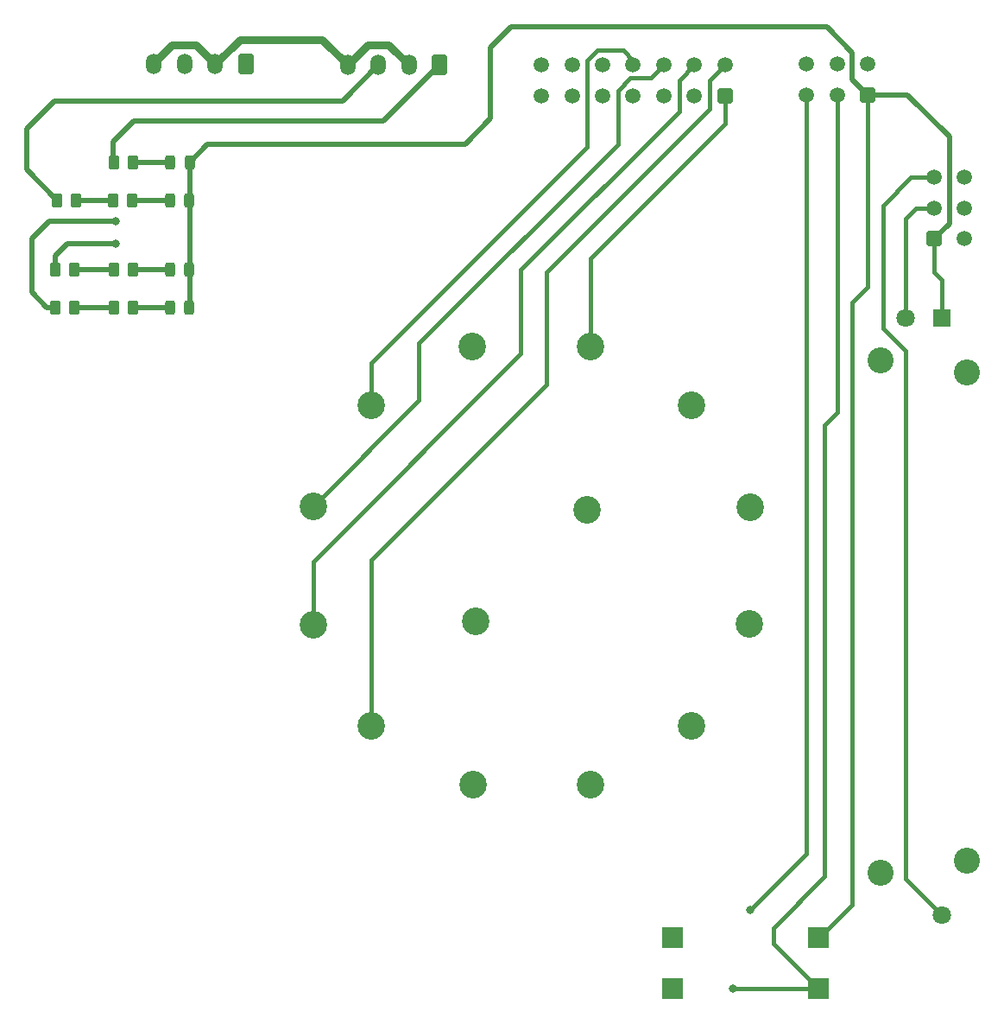
<source format=gbr>
%TF.GenerationSoftware,KiCad,Pcbnew,(6.0.7)*%
%TF.CreationDate,2023-02-04T14:26:28-06:00*%
%TF.ProjectId,ControlsSim,436f6e74-726f-46c7-9353-696d2e6b6963,rev?*%
%TF.SameCoordinates,Original*%
%TF.FileFunction,Copper,L1,Top*%
%TF.FilePolarity,Positive*%
%FSLAX46Y46*%
G04 Gerber Fmt 4.6, Leading zero omitted, Abs format (unit mm)*
G04 Created by KiCad (PCBNEW (6.0.7)) date 2023-02-04 14:26:28*
%MOMM*%
%LPD*%
G01*
G04 APERTURE LIST*
G04 Aperture macros list*
%AMRoundRect*
0 Rectangle with rounded corners*
0 $1 Rounding radius*
0 $2 $3 $4 $5 $6 $7 $8 $9 X,Y pos of 4 corners*
0 Add a 4 corners polygon primitive as box body*
4,1,4,$2,$3,$4,$5,$6,$7,$8,$9,$2,$3,0*
0 Add four circle primitives for the rounded corners*
1,1,$1+$1,$2,$3*
1,1,$1+$1,$4,$5*
1,1,$1+$1,$6,$7*
1,1,$1+$1,$8,$9*
0 Add four rect primitives between the rounded corners*
20,1,$1+$1,$2,$3,$4,$5,0*
20,1,$1+$1,$4,$5,$6,$7,0*
20,1,$1+$1,$6,$7,$8,$9,0*
20,1,$1+$1,$8,$9,$2,$3,0*%
G04 Aperture macros list end*
%TA.AperFunction,SMDPad,CuDef*%
%ADD10RoundRect,0.250000X0.262500X0.450000X-0.262500X0.450000X-0.262500X-0.450000X0.262500X-0.450000X0*%
%TD*%
%TA.AperFunction,SMDPad,CuDef*%
%ADD11RoundRect,0.250000X-0.262500X-0.450000X0.262500X-0.450000X0.262500X0.450000X-0.262500X0.450000X0*%
%TD*%
%TA.AperFunction,SMDPad,CuDef*%
%ADD12RoundRect,0.243750X-0.243750X-0.456250X0.243750X-0.456250X0.243750X0.456250X-0.243750X0.456250X0*%
%TD*%
%TA.AperFunction,ComponentPad*%
%ADD13RoundRect,0.250001X0.499999X0.499999X-0.499999X0.499999X-0.499999X-0.499999X0.499999X-0.499999X0*%
%TD*%
%TA.AperFunction,ComponentPad*%
%ADD14C,1.500000*%
%TD*%
%TA.AperFunction,ComponentPad*%
%ADD15RoundRect,0.250001X0.499999X0.759999X-0.499999X0.759999X-0.499999X-0.759999X0.499999X-0.759999X0*%
%TD*%
%TA.AperFunction,ComponentPad*%
%ADD16O,1.500000X2.020000*%
%TD*%
%TA.AperFunction,ComponentPad*%
%ADD17R,1.800000X1.800000*%
%TD*%
%TA.AperFunction,ComponentPad*%
%ADD18C,1.800000*%
%TD*%
%TA.AperFunction,ComponentPad*%
%ADD19C,2.550000*%
%TD*%
%TA.AperFunction,SMDPad,CuDef*%
%ADD20R,2.100000X2.100000*%
%TD*%
%TA.AperFunction,ComponentPad*%
%ADD21C,2.700000*%
%TD*%
%TA.AperFunction,ComponentPad*%
%ADD22RoundRect,0.250001X0.499999X-0.499999X0.499999X0.499999X-0.499999X0.499999X-0.499999X-0.499999X0*%
%TD*%
%TA.AperFunction,ViaPad*%
%ADD23C,0.800000*%
%TD*%
%TA.AperFunction,Conductor*%
%ADD24C,0.400000*%
%TD*%
%TA.AperFunction,Conductor*%
%ADD25C,0.750000*%
%TD*%
%TA.AperFunction,Conductor*%
%ADD26C,0.500000*%
%TD*%
G04 APERTURE END LIST*
D10*
%TO.P,R6,1*%
%TO.N,/A_D_Pre1*%
X114350000Y-67750000D03*
%TO.P,R6,2*%
%TO.N,/A_D_Pre2*%
X112525000Y-67750000D03*
%TD*%
D11*
%TO.P,R3,1*%
%TO.N,/M_D_Pre2*%
X112587500Y-78250000D03*
%TO.P,R3,2*%
%TO.N,/M_D_Pre1*%
X114412500Y-78250000D03*
%TD*%
D12*
%TO.P,D4,1,K*%
%TO.N,/A_D_Pre1*%
X118062500Y-67750000D03*
%TO.P,D4,2,A*%
%TO.N,+3V3*%
X119937500Y-67750000D03*
%TD*%
D11*
%TO.P,R4,1*%
%TO.N,/M_D_Pre3*%
X106837500Y-78250000D03*
%TO.P,R4,2*%
%TO.N,/M_D_Pre2*%
X108662500Y-78250000D03*
%TD*%
D13*
%TO.P,J7,1,Pin_1*%
%TO.N,/Rot1*%
X172500000Y-57500000D03*
D14*
%TO.P,J7,2,Pin_2*%
%TO.N,/Rot2*%
X169500000Y-57500000D03*
%TO.P,J7,3,Pin_3*%
%TO.N,/Rot3*%
X166500000Y-57500000D03*
%TO.P,J7,4,Pin_4*%
%TO.N,/Rot4*%
X163500000Y-57500000D03*
%TO.P,J7,5,Pin_5*%
%TO.N,/Rot5*%
X160500000Y-57500000D03*
%TO.P,J7,6,Pin_6*%
%TO.N,unconnected-(J7-Pad6)*%
X157500000Y-57500000D03*
%TO.P,J7,7,Pin_7*%
%TO.N,/Rot7*%
X154500000Y-57500000D03*
%TO.P,J7,8,Pin_8*%
%TO.N,/Rot8*%
X172500000Y-54500000D03*
%TO.P,J7,9,Pin_9*%
%TO.N,/Rot9*%
X169500000Y-54500000D03*
%TO.P,J7,10,Pin_10*%
%TO.N,/Rot10*%
X166500000Y-54500000D03*
%TO.P,J7,11,Pin_11*%
%TO.N,/Rot11*%
X163500000Y-54500000D03*
%TO.P,J7,12,Pin_12*%
%TO.N,unconnected-(J7-Pad12)*%
X160500000Y-54500000D03*
%TO.P,J7,13,Pin_13*%
%TO.N,/RotV+*%
X157500000Y-54500000D03*
%TO.P,J7,14,Pin_14*%
X154500000Y-54500000D03*
%TD*%
D15*
%TO.P,J6,1,Pin_1*%
%TO.N,/A_D_Mn2*%
X144500000Y-54500000D03*
D16*
%TO.P,J6,2,Pin_2*%
%TO.N,GND*%
X141500000Y-54500000D03*
%TO.P,J6,3,Pin_3*%
%TO.N,/A_D_Pre3*%
X138500000Y-54500000D03*
%TO.P,J6,4,Pin_4*%
%TO.N,GND*%
X135500000Y-54500000D03*
%TD*%
D12*
%TO.P,D2,1,K*%
%TO.N,/M_D_Pre1*%
X118062500Y-78250000D03*
%TO.P,D2,2,A*%
%TO.N,+3V3*%
X119937500Y-78250000D03*
%TD*%
D10*
%TO.P,R2,1*%
%TO.N,/M_D_Mn2*%
X108662500Y-74500000D03*
%TO.P,R2,2*%
%TO.N,/M_D_Mn3*%
X106837500Y-74500000D03*
%TD*%
D17*
%TO.P,RV1,1,1*%
%TO.N,+3V3*%
X193750000Y-79250000D03*
D18*
%TO.P,RV1,2,2*%
%TO.N,/Acc_Pot_Vo*%
X190250000Y-79250000D03*
%TO.P,RV1,3,3*%
%TO.N,GND*%
X193750000Y-137750000D03*
D19*
%TO.P,RV1,S1*%
%TO.N,N/C*%
X196250000Y-84600000D03*
%TO.P,RV1,S2*%
X187750000Y-83400000D03*
%TO.P,RV1,S3*%
X196250000Y-132400000D03*
%TO.P,RV1,S4*%
X187750000Y-133600000D03*
%TD*%
D12*
%TO.P,D3,1,K*%
%TO.N,/A_D_Mn1*%
X118125000Y-64000000D03*
%TO.P,D3,2,A*%
%TO.N,+3V3*%
X120000000Y-64000000D03*
%TD*%
%TO.P,D1,1,K*%
%TO.N,/M_D_Mn1*%
X118062500Y-74500000D03*
%TO.P,D1,2,A*%
%TO.N,+3V3*%
X119937500Y-74500000D03*
%TD*%
D10*
%TO.P,R7,1*%
%TO.N,/A_D_Pre2*%
X108850000Y-67750000D03*
%TO.P,R7,2*%
%TO.N,/A_D_Pre3*%
X107025000Y-67750000D03*
%TD*%
D20*
%TO.P,S1,1,NO_1*%
%TO.N,unconnected-(S1-Pad1)*%
X167350000Y-140000000D03*
%TO.P,S1,2,NO_2*%
%TO.N,+3V3*%
X181650000Y-140000000D03*
%TO.P,S1,3,COM_1*%
%TO.N,unconnected-(S1-Pad3)*%
X167350000Y-145000000D03*
%TO.P,S1,4,COM_2*%
%TO.N,/Brk_Signal*%
X181650000Y-145000000D03*
%TD*%
D13*
%TO.P,J3,1,Pin_1*%
%TO.N,+3V3*%
X186500000Y-57415000D03*
D14*
%TO.P,J3,2,Pin_2*%
%TO.N,/Brk_Signal*%
X183500000Y-57415000D03*
%TO.P,J3,3,Pin_3*%
%TO.N,GND*%
X180500000Y-57415000D03*
%TO.P,J3,4,Pin_4*%
%TO.N,unconnected-(J3-Pad4)*%
X186500000Y-54415000D03*
%TO.P,J3,5,Pin_5*%
%TO.N,unconnected-(J3-Pad5)*%
X183500000Y-54415000D03*
%TO.P,J3,6,Pin_6*%
%TO.N,unconnected-(J3-Pad6)*%
X180500000Y-54415000D03*
%TD*%
D21*
%TO.P,SW2,1,1*%
%TO.N,/Rot1*%
X159300000Y-82100000D03*
%TO.P,SW2,2,2*%
%TO.N,/Rot2*%
X169200000Y-87800000D03*
%TO.P,SW2,3,3*%
%TO.N,/Rot3*%
X175000000Y-97800000D03*
%TO.P,SW2,4,4*%
%TO.N,/Rot4*%
X174900000Y-109200000D03*
%TO.P,SW2,5,5*%
%TO.N,/Rot5*%
X169200000Y-119200000D03*
%TO.P,SW2,6,6*%
%TO.N,unconnected-(SW2-Pad6)*%
X159300000Y-125000000D03*
%TO.P,SW2,7,7*%
%TO.N,/Rot7*%
X147800000Y-125000000D03*
%TO.P,SW2,8,8*%
%TO.N,/Rot8*%
X137800000Y-119200000D03*
%TO.P,SW2,9,9*%
%TO.N,/Rot9*%
X132100000Y-109300000D03*
%TO.P,SW2,10,10*%
%TO.N,/Rot10*%
X132100000Y-97700000D03*
%TO.P,SW2,11,11*%
%TO.N,/Rot11*%
X137800000Y-87800000D03*
%TO.P,SW2,12,12*%
%TO.N,unconnected-(SW2-Pad12)*%
X147700000Y-82100000D03*
%TO.P,SW2,13,13*%
%TO.N,/RotV+*%
X158950000Y-98050000D03*
%TO.P,SW2,14,14*%
X148050000Y-108950000D03*
%TD*%
D22*
%TO.P,J2,1,Pin_1*%
%TO.N,+3V3*%
X193000000Y-71500000D03*
D14*
%TO.P,J2,2,Pin_2*%
%TO.N,/Acc_Pot_Vo*%
X193000000Y-68500000D03*
%TO.P,J2,3,Pin_3*%
%TO.N,GND*%
X193000000Y-65500000D03*
%TO.P,J2,4,Pin_4*%
%TO.N,unconnected-(J2-Pad4)*%
X196000000Y-71500000D03*
%TO.P,J2,5,Pin_5*%
%TO.N,unconnected-(J2-Pad5)*%
X196000000Y-68500000D03*
%TO.P,J2,6,Pin_6*%
%TO.N,unconnected-(J2-Pad6)*%
X196000000Y-65500000D03*
%TD*%
D10*
%TO.P,R1,1*%
%TO.N,/M_D_Mn1*%
X114412500Y-74500000D03*
%TO.P,R1,2*%
%TO.N,/M_D_Mn2*%
X112587500Y-74500000D03*
%TD*%
D15*
%TO.P,J5,1,Pin_1*%
%TO.N,/M_D_Mn3*%
X125500000Y-54415000D03*
D16*
%TO.P,J5,2,Pin_2*%
%TO.N,GND*%
X122500000Y-54415000D03*
%TO.P,J5,3,Pin_3*%
%TO.N,/M_D_Pre3*%
X119500000Y-54415000D03*
%TO.P,J5,4,Pin_4*%
%TO.N,GND*%
X116500000Y-54415000D03*
%TD*%
D10*
%TO.P,R5,1*%
%TO.N,/A_D_Mn1*%
X114412500Y-64000000D03*
%TO.P,R5,2*%
%TO.N,/A_D_Mn2*%
X112587500Y-64000000D03*
%TD*%
D23*
%TO.N,GND*%
X175000000Y-137250000D03*
%TO.N,/M_D_Mn3*%
X112750000Y-72000000D03*
%TO.N,/Brk_Signal*%
X173250000Y-145000000D03*
%TO.N,/M_D_Pre3*%
X112750000Y-69750000D03*
%TD*%
D24*
%TO.N,GND*%
X188000000Y-80250000D02*
X188000000Y-68250000D01*
D25*
X116500000Y-54415000D02*
X116500000Y-54250000D01*
X141500000Y-54500000D02*
X139500000Y-52500000D01*
X116500000Y-54250000D02*
X118250000Y-52500000D01*
X118250000Y-52500000D02*
X120585000Y-52500000D01*
D24*
X193750000Y-137750000D02*
X190250000Y-134250000D01*
D25*
X139500000Y-52500000D02*
X137500000Y-52500000D01*
D24*
X190250000Y-82500000D02*
X188000000Y-80250000D01*
D25*
X133000000Y-52000000D02*
X124915000Y-52000000D01*
X135500000Y-54500000D02*
X133000000Y-52000000D01*
D24*
X180500000Y-57415000D02*
X180500000Y-131750000D01*
X180500000Y-131750000D02*
X175000000Y-137250000D01*
X190750000Y-65500000D02*
X193000000Y-65500000D01*
X188000000Y-68250000D02*
X190750000Y-65500000D01*
D25*
X137500000Y-52500000D02*
X135500000Y-54500000D01*
X120585000Y-52500000D02*
X122500000Y-54415000D01*
D24*
X190250000Y-134250000D02*
X190250000Y-82500000D01*
D25*
X124915000Y-52000000D02*
X122500000Y-54415000D01*
D26*
%TO.N,/M_D_Mn1*%
X118062500Y-74500000D02*
X114412500Y-74500000D01*
%TO.N,/M_D_Pre1*%
X118062500Y-78250000D02*
X114412500Y-78250000D01*
%TO.N,/A_D_Mn1*%
X118125000Y-64000000D02*
X114412500Y-64000000D01*
%TO.N,/A_D_Pre1*%
X118062500Y-67750000D02*
X114350000Y-67750000D01*
D24*
%TO.N,+3V3*%
X193000000Y-74750000D02*
X193750000Y-75500000D01*
X186500000Y-57415000D02*
X186500000Y-76250000D01*
D26*
X182500000Y-50750000D02*
X151500000Y-50750000D01*
X194500000Y-70000000D02*
X194500000Y-61500000D01*
D24*
X193750000Y-75500000D02*
X193750000Y-79250000D01*
D26*
X190415000Y-57415000D02*
X186500000Y-57415000D01*
D24*
X181750000Y-140000000D02*
X181650000Y-140000000D01*
D26*
X193000000Y-71500000D02*
X194500000Y-70000000D01*
X120000000Y-78187500D02*
X119937500Y-78250000D01*
D24*
X186500000Y-76250000D02*
X185000000Y-77750000D01*
X193000000Y-71500000D02*
X193000000Y-74750000D01*
D26*
X121750000Y-62250000D02*
X120000000Y-64000000D01*
X185000000Y-55915000D02*
X185000000Y-53250000D01*
D24*
X185000000Y-77750000D02*
X185000000Y-136750000D01*
D26*
X120000000Y-64000000D02*
X120000000Y-78187500D01*
X194500000Y-61500000D02*
X190415000Y-57415000D01*
X186500000Y-57415000D02*
X185000000Y-55915000D01*
X151500000Y-50750000D02*
X149500000Y-52750000D01*
D24*
X185000000Y-136750000D02*
X181750000Y-140000000D01*
D26*
X149500000Y-52750000D02*
X149500000Y-59750000D01*
X149500000Y-59750000D02*
X147000000Y-62250000D01*
X185000000Y-53250000D02*
X182500000Y-50750000D01*
X147000000Y-62250000D02*
X121750000Y-62250000D01*
D24*
%TO.N,/Acc_Pot_Vo*%
X191250000Y-68500000D02*
X190250000Y-69500000D01*
X193000000Y-68500000D02*
X191250000Y-68500000D01*
X190250000Y-69500000D02*
X190250000Y-79250000D01*
D26*
%TO.N,/M_D_Mn2*%
X112587500Y-74500000D02*
X108662500Y-74500000D01*
%TO.N,/M_D_Pre2*%
X112587500Y-78250000D02*
X108662500Y-78250000D01*
%TO.N,/A_D_Mn2*%
X139000000Y-60000000D02*
X144500000Y-54500000D01*
X112500000Y-63837500D02*
X112500000Y-62000000D01*
X114500000Y-60000000D02*
X139000000Y-60000000D01*
X112337500Y-64000000D02*
X112500000Y-63837500D01*
X112500000Y-62000000D02*
X114500000Y-60000000D01*
%TO.N,/A_D_Pre2*%
X112525000Y-67750000D02*
X108850000Y-67750000D01*
D24*
%TO.N,/Rot1*%
X159300000Y-73450000D02*
X172500000Y-60250000D01*
X172500000Y-60250000D02*
X172500000Y-57500000D01*
X159300000Y-82100000D02*
X159300000Y-73450000D01*
%TO.N,/Rot8*%
X171000000Y-58750000D02*
X171000000Y-56000000D01*
X137800000Y-102950000D02*
X155000000Y-85750000D01*
X171000000Y-56000000D02*
X172500000Y-54500000D01*
X155000000Y-85750000D02*
X155000000Y-74750000D01*
X137800000Y-119200000D02*
X137800000Y-102950000D01*
X155000000Y-74750000D02*
X171000000Y-58750000D01*
%TO.N,/Rot9*%
X168000000Y-56000000D02*
X169500000Y-54500000D01*
X168000000Y-59000000D02*
X168000000Y-56000000D01*
X152500000Y-82750000D02*
X152500000Y-74500000D01*
X132100000Y-103150000D02*
X152500000Y-82750000D01*
X132100000Y-109300000D02*
X132100000Y-103150000D01*
X152500000Y-74500000D02*
X168000000Y-59000000D01*
%TO.N,/Rot10*%
X142500000Y-87300000D02*
X142500000Y-81750000D01*
X165250000Y-55750000D02*
X166500000Y-54500000D01*
X163250000Y-55750000D02*
X165250000Y-55750000D01*
X162000000Y-57000000D02*
X163250000Y-55750000D01*
X142500000Y-81750000D02*
X162000000Y-62250000D01*
X132100000Y-97700000D02*
X142500000Y-87300000D01*
X162000000Y-62250000D02*
X162000000Y-57000000D01*
%TO.N,/Rot11*%
X160000000Y-53000000D02*
X162500000Y-53000000D01*
X162500000Y-53000000D02*
X163500000Y-54000000D01*
X163500000Y-54000000D02*
X163500000Y-54500000D01*
X137800000Y-83700000D02*
X159000000Y-62500000D01*
X137800000Y-87800000D02*
X137800000Y-83700000D01*
X159000000Y-54000000D02*
X160000000Y-53000000D01*
X159000000Y-62500000D02*
X159000000Y-54000000D01*
D26*
%TO.N,/M_D_Mn3*%
X106837500Y-73162500D02*
X108000000Y-72000000D01*
X106837500Y-74500000D02*
X106837500Y-73162500D01*
X108000000Y-72000000D02*
X112750000Y-72000000D01*
D24*
%TO.N,/Brk_Signal*%
X181650000Y-145000000D02*
X173250000Y-145000000D01*
X177250000Y-139000000D02*
X177250000Y-140600000D01*
X183500000Y-88500000D02*
X182250000Y-89750000D01*
X182250000Y-134000000D02*
X177250000Y-139000000D01*
X183500000Y-57415000D02*
X183500000Y-88500000D01*
X177250000Y-140600000D02*
X181650000Y-145000000D01*
X182250000Y-89750000D02*
X182250000Y-134000000D01*
D26*
%TO.N,/M_D_Pre3*%
X104500000Y-76750000D02*
X104500000Y-71500000D01*
X106250000Y-69750000D02*
X112750000Y-69750000D01*
X106837500Y-78250000D02*
X106000000Y-78250000D01*
X106000000Y-78250000D02*
X104500000Y-76750000D01*
X104500000Y-71500000D02*
X106250000Y-69750000D01*
%TO.N,/A_D_Pre3*%
X104000000Y-60750000D02*
X104000000Y-64725000D01*
X138500000Y-54500000D02*
X135000000Y-58000000D01*
X106750000Y-58000000D02*
X104000000Y-60750000D01*
X135000000Y-58000000D02*
X106750000Y-58000000D01*
X104000000Y-64725000D02*
X107025000Y-67750000D01*
%TD*%
M02*

</source>
